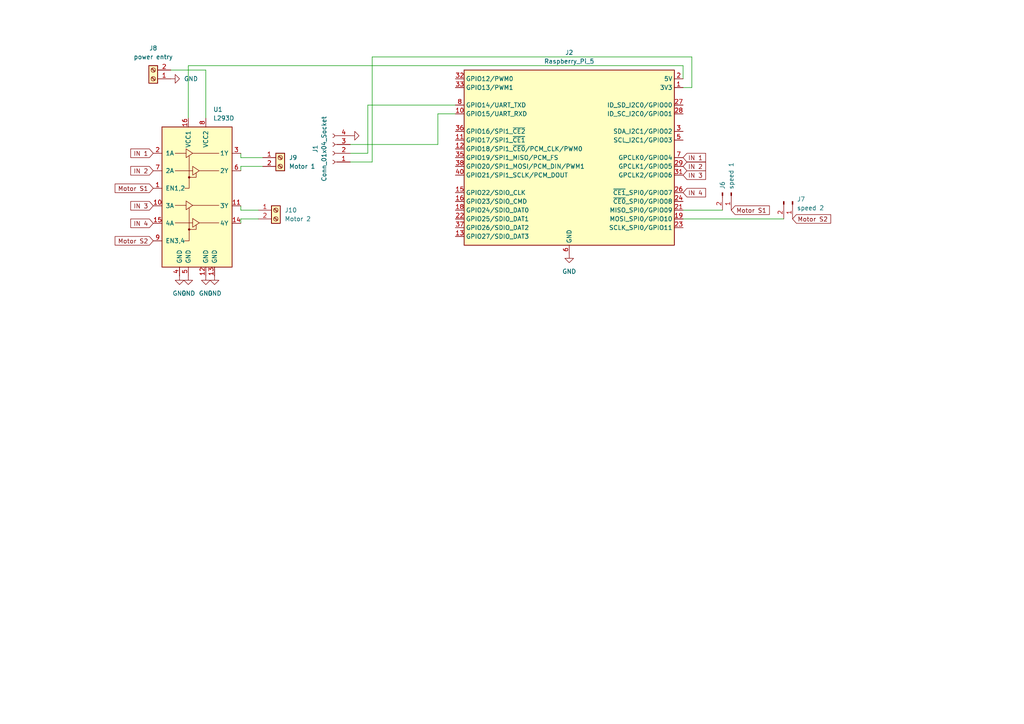
<source format=kicad_sch>
(kicad_sch (version 20250114) (generator "eeschema") (generator_version "9.0")
  (paper "A4")
  (lib_symbols
    (symbol "Connector:Conn_01x02_Pin" (pin_names (offset 1.016) (hide yes))
      (property "Reference" "J" (at 0 2.54 0))
      (property "Value" "Conn_01x02_Pin" (at 0 -5.08 0))
      (symbol "Conn_01x02_Pin_1_1"
        (rectangle (start 0.8636 0.127) (end 0 -0.127) (stroke (width 0.1524)) (fill (type outline)))
        (rectangle (start 0.8636 -2.413) (end 0 -2.667) (stroke (width 0.1524)) (fill (type outline)))
        (polyline (pts (xy 1.27 0) (xy 0.8636 0)) (stroke (width 0.1524)))
        (polyline (pts (xy 1.27 -2.54) (xy 0.8636 -2.54)) (stroke (width 0.1524)))
        (pin passive line (at 5.08 0 180) (length 3.81) (name "Pin_1") (number "1"))
        (pin passive line (at 5.08 -2.54 180) (length 3.81) (name "Pin_2") (number "2"))
      )
    )
    (symbol "Connector:Conn_01x04_Socket" (pin_names (offset 1.016) (hide yes))
      (property "Reference" "J" (at 0 5.08 0))
      (property "Value" "Conn_01x04_Socket" (at 0 -7.62 0))
      (symbol "Conn_01x04_Socket_1_1"
        (polyline (pts (xy -1.27 2.54) (xy -0.508 2.54)) (stroke (width 0.1524)))
        (polyline (pts (xy -1.27 0) (xy -0.508 0)) (stroke (width 0.1524)))
        (polyline (pts (xy -1.27 -2.54) (xy -0.508 -2.54)) (stroke (width 0.1524)))
        (polyline (pts (xy -1.27 -5.08) (xy -0.508 -5.08)) (stroke (width 0.1524)))
        (arc (start 0 2.032) (mid -0.5058 2.54) (end 0 3.048) (stroke (width 0.1524)))
        (arc (start 0 -0.508) (mid -0.5058 0) (end 0 0.508) (stroke (width 0.1524)))
        (arc (start 0 -3.048) (mid -0.5058 -2.54) (end 0 -2.032) (stroke (width 0.1524)))
        (arc (start 0 -5.588) (mid -0.5058 -5.08) (end 0 -4.572) (stroke (width 0.1524)))
        (pin passive line (at -5.08 2.54 0) (length 3.81) (name "Pin_1") (number "1"))
        (pin passive line (at -5.08 0 0) (length 3.81) (name "Pin_2") (number "2"))
        (pin passive line (at -5.08 -2.54 0) (length 3.81) (name "Pin_3") (number "3"))
        (pin passive line (at -5.08 -5.08 0) (length 3.81) (name "Pin_4") (number "4"))
      )
    )
    (symbol "Connector:Raspberry_Pi_4"
      (property "Reference" "J" (at -17.526 48.768 0))
      (property "Value" "Raspberry_Pi_4" (at 15.748 -26.416 0))
      (symbol "Raspberry_Pi_4_0_1"
        (rectangle (start -30.48 25.4) (end 30.48 -25.4) (stroke (width 0.254)) (fill (type background)))
      )
      (symbol "Raspberry_Pi_4_1_1"
        (pin bidirectional line (at -33.02 22.86 0) (length 2.54) (name "GPIO12/PWM0") (number "32"))
        (pin bidirectional line (at -33.02 20.32 0) (length 2.54) (name "GPIO13/PWM1") (number "33"))
        (pin bidirectional line (at -33.02 15.24 0) (length 2.54) (name "GPIO14/UART_TXD") (number "8"))
        (pin bidirectional line (at -33.02 12.7 0) (length 2.54) (name "GPIO15/UART_RXD") (number "10"))
        (pin bidirectional line (at -33.02 7.62 0) (length 2.54) (name "GPIO16/SPI1_~{CE2}") (number "36"))
        (pin bidirectional line (at -33.02 5.08 0) (length 2.54) (name "GPIO17/SPI1_~{CE1}") (number "11"))
        (pin bidirectional line (at -33.02 2.54 0) (length 2.54) (name "GPIO18/SPI1_~{CE0}/PCM_CLK/PWM0") (number "12"))
        (pin bidirectional line (at -33.02 0 0) (length 2.54) (name "GPIO19/SPI1_MISO/PCM_FS") (number "35"))
        (pin bidirectional line (at -33.02 -2.54 0) (length 2.54) (name "GPIO20/SPI1_MOSI/PCM_DIN/PWM1") (number "38"))
        (pin bidirectional line (at -33.02 -5.08 0) (length 2.54) (name "GPIO21/SPI1_SCLK/PCM_DOUT") (number "40"))
        (pin bidirectional line (at -33.02 -10.16 0) (length 2.54) (name "GPIO22/SDIO_CLK") (number "15"))
        (pin bidirectional line (at -33.02 -12.7 0) (length 2.54) (name "GPIO23/SDIO_CMD") (number "16"))
        (pin bidirectional line (at -33.02 -15.24 0) (length 2.54) (name "GPIO24/SDIO_DAT0") (number "18"))
        (pin bidirectional line (at -33.02 -17.78 0) (length 2.54) (name "GPIO25/SDIO_DAT1") (number "22"))
        (pin bidirectional line (at -33.02 -20.32 0) (length 2.54) (name "GPIO26/SDIO_DAT2") (number "37"))
        (pin bidirectional line (at -33.02 -22.86 0) (length 2.54) (name "GPIO27/SDIO_DAT3") (number "13"))
        (pin passive line (at 0 -27.94 90) (length 2.54) (hide yes) (name "GND") (number "14"))
        (pin passive line (at 0 -27.94 90) (length 2.54) (hide yes) (name "GND") (number "20"))
        (pin passive line (at 0 -27.94 90) (length 2.54) (hide yes) (name "GND") (number "25"))
        (pin passive line (at 0 -27.94 90) (length 2.54) (hide yes) (name "GND") (number "30"))
        (pin passive line (at 0 -27.94 90) (length 2.54) (hide yes) (name "GND") (number "34"))
        (pin passive line (at 0 -27.94 90) (length 2.54) (hide yes) (name "GND") (number "39"))
        (pin power_out line (at 0 -27.94 90) (length 2.54) (name "GND") (number "6"))
        (pin passive line (at 0 -27.94 90) (length 2.54) (hide yes) (name "GND") (number "9"))
        (pin power_out line (at 33.02 22.86 180) (length 2.54) (name "5V") (number "2"))
        (pin passive line (at 33.02 22.86 180) (length 2.54) (hide yes) (name "5V") (number "4"))
        (pin power_out line (at 33.02 20.32 180) (length 2.54) (name "3V3") (number "1"))
        (pin passive line (at 33.02 20.32 180) (length 2.54) (hide yes) (name "3V3") (number "17"))
        (pin bidirectional line (at 33.02 15.24 180) (length 2.54) (name "ID_SD_I2C0/GPIO00") (number "27"))
        (pin bidirectional line (at 33.02 12.7 180) (length 2.54) (name "ID_SC_I2C0/GPIO01") (number "28"))
        (pin bidirectional line (at 33.02 7.62 180) (length 2.54) (name "SDA_I2C1/GPIO02") (number "3"))
        (pin bidirectional line (at 33.02 5.08 180) (length 2.54) (name "SCL_I2C1/GPIO03") (number "5"))
        (pin bidirectional line (at 33.02 0 180) (length 2.54) (name "GPCLK0/GPIO04") (number "7"))
        (pin bidirectional line (at 33.02 -2.54 180) (length 2.54) (name "GPCLK1/GPIO05") (number "29"))
        (pin bidirectional line (at 33.02 -5.08 180) (length 2.54) (name "GPCLK2/GPIO06") (number "31"))
        (pin bidirectional line (at 33.02 -10.16 180) (length 2.54) (name "~{CE1}_SPI0/GPIO07") (number "26"))
        (pin bidirectional line (at 33.02 -12.7 180) (length 2.54) (name "~{CE0}_SPI0/GPIO08") (number "24"))
        (pin bidirectional line (at 33.02 -15.24 180) (length 2.54) (name "MISO_SPI0/GPIO09") (number "21"))
        (pin bidirectional line (at 33.02 -17.78 180) (length 2.54) (name "MOSI_SPI0/GPIO10") (number "19"))
        (pin bidirectional line (at 33.02 -20.32 180) (length 2.54) (name "SCLK_SPI0/GPIO11") (number "23"))
      )
    )
    (symbol "Connector:Screw_Terminal_01x02" (pin_names (offset 1.016) (hide yes))
      (property "Reference" "J" (at 0 2.54 0))
      (property "Value" "Screw_Terminal_01x02" (at 0 -5.08 0))
      (symbol "Screw_Terminal_01x02_1_1"
        (rectangle (start -1.27 1.27) (end 1.27 -3.81) (stroke (width 0.254)) (fill (type background)))
        (polyline (pts (xy -0.5334 0.3302) (xy 0.3302 -0.508)) (stroke (width 0.1524)))
        (polyline (pts (xy -0.5334 -2.2098) (xy 0.3302 -3.048)) (stroke (width 0.1524)))
        (polyline (pts (xy -0.3556 0.508) (xy 0.508 -0.3302)) (stroke (width 0.1524)))
        (polyline (pts (xy -0.3556 -2.032) (xy 0.508 -2.8702)) (stroke (width 0.1524)))
        (circle (center 0 0) (radius 0.635) (stroke (width 0.1524)))
        (circle (center 0 -2.54) (radius 0.635) (stroke (width 0.1524)))
        (pin passive line (at -5.08 0 0) (length 3.81) (name "Pin_1") (number "1"))
        (pin passive line (at -5.08 -2.54 0) (length 3.81) (name "Pin_2") (number "2"))
      )
    )
    (symbol "Driver_Motor:L293D" (pin_names (offset 1.016))
      (property "Reference" "U" (at -5.08 26.035 0))
      (property "Value" "L293D" (at -5.08 24.13 0))
      (symbol "L293D_0_1"
        (rectangle (start -10.16 22.86) (end 10.16 -17.78) (stroke (width 0.254)) (fill (type background)))
        (polyline (pts (xy -6.35 15.24) (xy -3.175 15.24)))
        (polyline (pts (xy -6.35 10.16) (xy -1.27 10.16)))
        (polyline (pts (xy -6.35 0.127) (xy -3.175 0.127)))
        (polyline (pts (xy -6.35 -4.953) (xy -1.27 -4.953)))
        (polyline (pts (xy -3.175 16.51) (xy -3.175 13.97) (xy -1.27 15.24) (xy -3.175 16.51)))
        (polyline (pts (xy -3.175 1.397) (xy -3.175 -1.143) (xy -1.27 0.127) (xy -3.175 1.397)))
        (polyline (pts (xy -2.286 14.478) (xy -2.286 5.08) (xy -3.556 5.08)))
        (circle (center -2.286 8.255) (radius 0.254) (fill (type outline)))
        (polyline (pts (xy -2.286 8.255) (xy -0.254 8.255) (xy -0.254 9.525)))
        (polyline (pts (xy -2.286 -0.635) (xy -2.286 -10.16) (xy -3.556 -10.16)))
        (circle (center -2.286 -6.858) (radius 0.254) (fill (type outline)))
        (polyline (pts (xy -2.286 -6.858) (xy -0.254 -6.858) (xy -0.254 -5.588)))
        (polyline (pts (xy -1.27 15.24) (xy 6.35 15.24)))
        (polyline (pts (xy -1.27 11.43) (xy -1.27 8.89) (xy 0.635 10.16) (xy -1.27 11.43)))
        (polyline (pts (xy -1.27 0.127) (xy 6.35 0.127)))
        (polyline (pts (xy -1.27 -3.683) (xy -1.27 -6.223) (xy 0.635 -4.953) (xy -1.27 -3.683)))
        (polyline (pts (xy 0.635 10.16) (xy 6.35 10.16)))
        (polyline (pts (xy 0.635 -4.953) (xy 6.35 -4.953)))
      )
      (symbol "L293D_1_1"
        (pin input line (at -12.7 15.24 0) (length 2.54) (name "1A") (number "2"))
        (pin input line (at -12.7 10.16 0) (length 2.54) (name "2A") (number "7"))
        (pin input line (at -12.7 5.08 0) (length 2.54) (name "EN1,2") (number "1"))
        (pin input line (at -12.7 0 0) (length 2.54) (name "3A") (number "10"))
        (pin input line (at -12.7 -5.08 0) (length 2.54) (name "4A") (number "15"))
        (pin input line (at -12.7 -10.16 0) (length 2.54) (name "EN3,4") (number "9"))
        (pin power_in line (at -5.08 -20.32 90) (length 2.54) (name "GND") (number "4"))
        (pin power_in line (at -2.54 25.4 270) (length 2.54) (name "VCC1") (number "16"))
        (pin power_in line (at -2.54 -20.32 90) (length 2.54) (name "GND") (number "5"))
        (pin power_in line (at 2.54 25.4 270) (length 2.54) (name "VCC2") (number "8"))
        (pin power_in line (at 2.54 -20.32 90) (length 2.54) (name "GND") (number "12"))
        (pin power_in line (at 5.08 -20.32 90) (length 2.54) (name "GND") (number "13"))
        (pin output line (at 12.7 15.24 180) (length 2.54) (name "1Y") (number "3"))
        (pin output line (at 12.7 10.16 180) (length 2.54) (name "2Y") (number "6"))
        (pin output line (at 12.7 0 180) (length 2.54) (name "3Y") (number "11"))
        (pin output line (at 12.7 -5.08 180) (length 2.54) (name "4Y") (number "14"))
      )
    )
    (symbol "power:GND" (power) (pin_numbers (hide yes)) (pin_names (offset 0) (hide yes))
      (property "Value" "GND" (at 0 -3.81 0))
      (symbol "GND_0_1"
        (polyline (pts (xy 0 0) (xy 0 -1.27) (xy 1.27 -1.27) (xy 0 -2.54) (xy -1.27 -1.27) (xy 0 -1.27)))
      )
      (symbol "GND_1_1"
        (pin power_in line (at 0 0 270) (length 0) (name "~") (number "1"))
      )
    )
  )
  (wire (pts (xy 198.12 25.4) (xy 200.66 25.4)))
  (wire (pts (xy 59.69 20.32) (xy 59.69 34.29)))
  (wire (pts (xy 54.61 19.05) (xy 198.12 19.05)))
  (wire (pts (xy 76.2 48.26) (xy 69.85 48.26)))
  (wire (pts (xy 200.66 25.4) (xy 200.66 16.51)))
  (wire (pts (xy 59.69 20.32) (xy 49.53 20.32)))
  (wire (pts (xy 107.95 46.99) (xy 101.6 46.99)))
  (wire (pts (xy 69.85 63.5) (xy 69.85 64.77)))
  (wire (pts (xy 106.68 30.48) (xy 106.68 44.45)))
  (wire (pts (xy 198.12 60.96) (xy 209.55 60.96)))
  (wire (pts (xy 198.12 63.5) (xy 227.33 63.5)))
  (wire (pts (xy 106.68 44.45) (xy 101.6 44.45)))
  (wire (pts (xy 69.85 45.72) (xy 76.2 45.72)))
  (wire (pts (xy 198.12 19.05) (xy 198.12 22.86)))
  (wire (pts (xy 69.85 44.45) (xy 69.85 45.72)))
  (wire (pts (xy 132.08 30.48) (xy 106.68 30.48)))
  (wire (pts (xy 69.85 60.96) (xy 74.93 60.96)))
  (wire (pts (xy 107.95 16.51) (xy 107.95 46.99)))
  (wire (pts (xy 54.61 34.29) (xy 54.61 19.05)))
  (wire (pts (xy 127 41.91) (xy 127 33.02)))
  (wire (pts (xy 101.6 41.91) (xy 127 41.91)))
  (wire (pts (xy 69.85 60.96) (xy 69.85 59.69)))
  (wire (pts (xy 74.93 63.5) (xy 69.85 63.5)))
  (wire (pts (xy 69.85 48.26) (xy 69.85 49.53)))
  (wire (pts (xy 200.66 16.51) (xy 107.95 16.51)))
  (wire (pts (xy 127 33.02) (xy 132.08 33.02)))
  (global_label "IN 3" (shape input) (at 44.45 59.69 180) (property "Intersheetrefs" "${INTERSHEET_REFS}" (effects (hide yes))))
  (global_label "IN 4" (shape input) (at 198.12 55.88 0) (property "Intersheetrefs" "${INTERSHEET_REFS}" (effects (hide yes))))
  (global_label "Motor S1" (shape input) (at 44.45 54.61 180) (property "Intersheetrefs" "${INTERSHEET_REFS}" (effects (hide yes))))
  (global_label "IN 1" (shape input) (at 44.45 44.45 180) (property "Intersheetrefs" "${INTERSHEET_REFS}" (effects (hide yes))))
  (global_label "IN 1" (shape input) (at 198.12 45.72 0) (property "Intersheetrefs" "${INTERSHEET_REFS}" (effects (hide yes))))
  (global_label "Motor S1" (shape input) (at 212.09 60.96 0) (property "Intersheetrefs" "${INTERSHEET_REFS}" (effects (hide yes))))
  (global_label "IN 2" (shape input) (at 198.12 48.26 0) (property "Intersheetrefs" "${INTERSHEET_REFS}" (effects (hide yes))))
  (global_label "Motor S2" (shape input) (at 229.87 63.5 0) (property "Intersheetrefs" "${INTERSHEET_REFS}" (effects (hide yes))))
  (global_label "Motor S2" (shape input) (at 44.45 69.85 180) (property "Intersheetrefs" "${INTERSHEET_REFS}" (effects (hide yes))))
  (global_label "IN 3" (shape input) (at 198.12 50.8 0) (property "Intersheetrefs" "${INTERSHEET_REFS}" (effects (hide yes))))
  (global_label "IN 2" (shape input) (at 44.45 49.53 180) (property "Intersheetrefs" "${INTERSHEET_REFS}" (effects (hide yes))))
  (global_label "IN 4" (shape input) (at 44.45 64.77 180) (property "Intersheetrefs" "${INTERSHEET_REFS}" (effects (hide yes))))
  (symbol (lib_id "Connector:Conn_01x04_Socket") (at 96.52 44.45 180) (unit 1)
    (property "Reference" "J1" (at 91.44 43.18 90))
    (property "Value" "Conn_01x04_Socket" (at 93.98 43.18 90))
    (property "Footprint" "Connector_PinSocket_2.54mm:PinSocket_1x04_P2.54mm_Vertical" (effects (hide yes)))
    (property "Description" "Generic connector, single row, 01x04, script generated" (effects (hide yes)))
  )
  (symbol (lib_id "Connector:Screw_Terminal_01x02") (at 44.45 22.86 180) (unit 1)
    (property "Reference" "J8" (at 44.45 13.97 0))
    (property "Value" "power entry" (at 44.45 16.51 0))
    (property "Footprint" "TerminalBlock_MetzConnect:TerminalBlock_MetzConnect_Type073_RT02602HBLU_1x02_P5.08mm_Horizontal" (effects (hide yes)))
    (property "Description" "Generic screw terminal, single row, 01x02, script generated (kicad-library-utils/schlib/autogen/connector/)" (effects (hide yes)))
  )
  (symbol (lib_id "power:GND") (at 49.53 22.86 90) (unit 1)
    (property "Reference" "#PWR07" (effects (hide yes)))
    (property "Value" "GND" (at 53.34 22.8601 90) (effects (justify right)))
    (property "Description" "Power symbol creates a global label with name \"GND\" , ground" (effects (hide yes)))
  )
  (symbol (lib_id "power:GND") (at 62.23 80.01 0) (unit 1)
    (property "Reference" "#PWR03" (effects (hide yes)))
    (property "Value" "GND" (at 62.23 85.09 0))
    (property "Description" "Power symbol creates a global label with name \"GND\" , ground" (effects (hide yes)))
  )
  (symbol (lib_id "power:GND") (at 54.61 80.01 0) (unit 1)
    (property "Reference" "#PWR05" (effects (hide yes)))
    (property "Value" "GND" (at 54.61 85.09 0))
    (property "Description" "Power symbol creates a global label with name \"GND\" , ground" (effects (hide yes)))
  )
  (symbol (lib_id "Connector:Screw_Terminal_01x02") (at 81.28 45.72 0) (unit 1)
    (property "Reference" "J9" (at 83.82 45.7199 0) (effects (justify left)))
    (property "Value" "Motor 1" (at 83.82 48.2599 0) (effects (justify left)))
    (property "Footprint" "TerminalBlock_MetzConnect:TerminalBlock_MetzConnect_Type073_RT02602HBLU_1x02_P5.08mm_Horizontal" (effects (hide yes)))
    (property "Description" "Generic screw terminal, single row, 01x02, script generated (kicad-library-utils/schlib/autogen/connector/)" (effects (hide yes)))
  )
  (symbol (lib_id "power:GND") (at 52.07 80.01 0) (unit 1)
    (property "Reference" "#PWR04" (effects (hide yes)))
    (property "Value" "GND" (at 52.07 85.09 0))
    (property "Description" "Power symbol creates a global label with name \"GND\" , ground" (effects (hide yes)))
  )
  (symbol (lib_id "Connector:Raspberry_Pi_4") (at 165.1 45.72 0) (unit 1)
    (property "Reference" "J2" (at 165.1 15.24 0))
    (property "Value" "Raspberry_Pi_5" (at 165.1 17.78 0))
    (property "Footprint" "Connector_PinSocket_2.54mm:PinSocket_2x20_P2.54mm_Vertical" (effects (hide yes)))
    (property "Datasheet" "https://datasheets.raspberrypi.com/rpi4/raspberry-pi-4-datasheet.pdf" (effects (hide yes)))
    (property "Description" "Raspberry Pi 4 Model B" (effects (hide yes)))
  )
  (symbol (lib_id "Connector:Conn_01x02_Pin") (at 212.09 55.88 270) (unit 1)
    (property "Reference" "J6" (at 209.5499 54.948 0) (effects (justify right)))
    (property "Value" "speed 1" (at 212.0899 54.948 0) (effects (justify right)))
    (property "Footprint" "Connector_PinHeader_2.54mm:PinHeader_1x02_P2.54mm_Vertical" (effects (hide yes)))
    (property "Description" "Generic connector, single row, 01x02, script generated" (effects (hide yes)))
  )
  (symbol (lib_id "power:GND") (at 59.69 80.01 0) (unit 1)
    (property "Reference" "#PWR02" (effects (hide yes)))
    (property "Value" "GND" (at 59.69 85.09 0))
    (property "Description" "Power symbol creates a global label with name \"GND\" , ground" (effects (hide yes)))
  )
  (symbol (lib_id "Driver_Motor:L293D") (at 57.15 59.69 0) (unit 1)
    (property "Reference" "U1" (at 61.8333 31.75 0) (effects (justify left)))
    (property "Value" "L293D" (at 61.8333 34.29 0) (effects (justify left)))
    (property "Footprint" "Package_DIP:DIP-16_W7.62mm" (effects (hide yes)))
    (property "Datasheet" "http://www.ti.com/lit/ds/symlink/l293.pdf" (effects (hide yes)))
    (property "Description" "Quadruple Half-H Drivers" (effects (hide yes)))
  )
  (symbol (lib_id "Connector:Conn_01x02_Pin") (at 229.87 58.42 270) (unit 1)
    (property "Reference" "J7" (at 231.14 57.7849 90) (effects (justify left)))
    (property "Value" "speed 2" (at 231.14 60.3249 90) (effects (justify left)))
    (property "Footprint" "Connector_PinHeader_2.54mm:PinHeader_1x02_P2.54mm_Vertical" (effects (hide yes)))
    (property "Description" "Generic connector, single row, 01x02, script generated" (effects (hide yes)))
  )
  (symbol (lib_id "Connector:Screw_Terminal_01x02") (at 80.01 60.96 0) (unit 1)
    (property "Reference" "J10" (at 82.55 60.9599 0) (effects (justify left)))
    (property "Value" "Motor 2" (at 82.55 63.4999 0) (effects (justify left)))
    (property "Footprint" "TerminalBlock_MetzConnect:TerminalBlock_MetzConnect_Type073_RT02602HBLU_1x02_P5.08mm_Horizontal" (effects (hide yes)))
    (property "Description" "Generic screw terminal, single row, 01x02, script generated (kicad-library-utils/schlib/autogen/connector/)" (effects (hide yes)))
  )
  (symbol (lib_id "power:GND") (at 165.1 73.66 0) (unit 1)
    (property "Reference" "#PWR01" (effects (hide yes)))
    (property "Value" "GND" (at 165.1 78.74 0))
    (property "Description" "Power symbol creates a global label with name \"GND\" , ground" (effects (hide yes)))
  )
  (symbol (lib_id "power:GND") (at 101.6 39.37 90) (unit 1)
    (property "Reference" "#PWR06" (effects (hide yes)))
    (property "Value" "GND" (effects (hide yes)))
    (property "Description" "Power symbol creates a global label with name \"GND\" , ground" (effects (hide yes)))
  )
)
</source>
